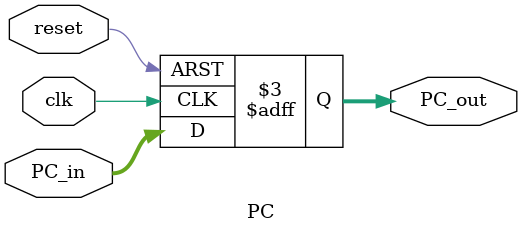
<source format=v>
`timescale 1ns/1ns

module PC(
    input clk,
    input reset,
    input [31:0] PC_in,
    output reg [31:0] PC_out
);

    initial PC_out = 0;

    always @(posedge clk or posedge reset) begin
        if (reset)
            PC_out <= 0;
        else
            PC_out <= PC_in;
    end

endmodule

</source>
